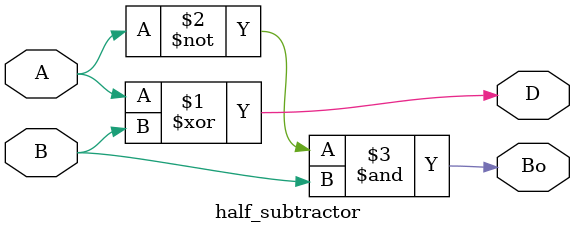
<source format=v>

module half_subtractor(D,Bo,A,B);
input A,B;
output D,Bo;
assign D=A^B;
assign Bo=(~A)&B;
endmodule

</source>
